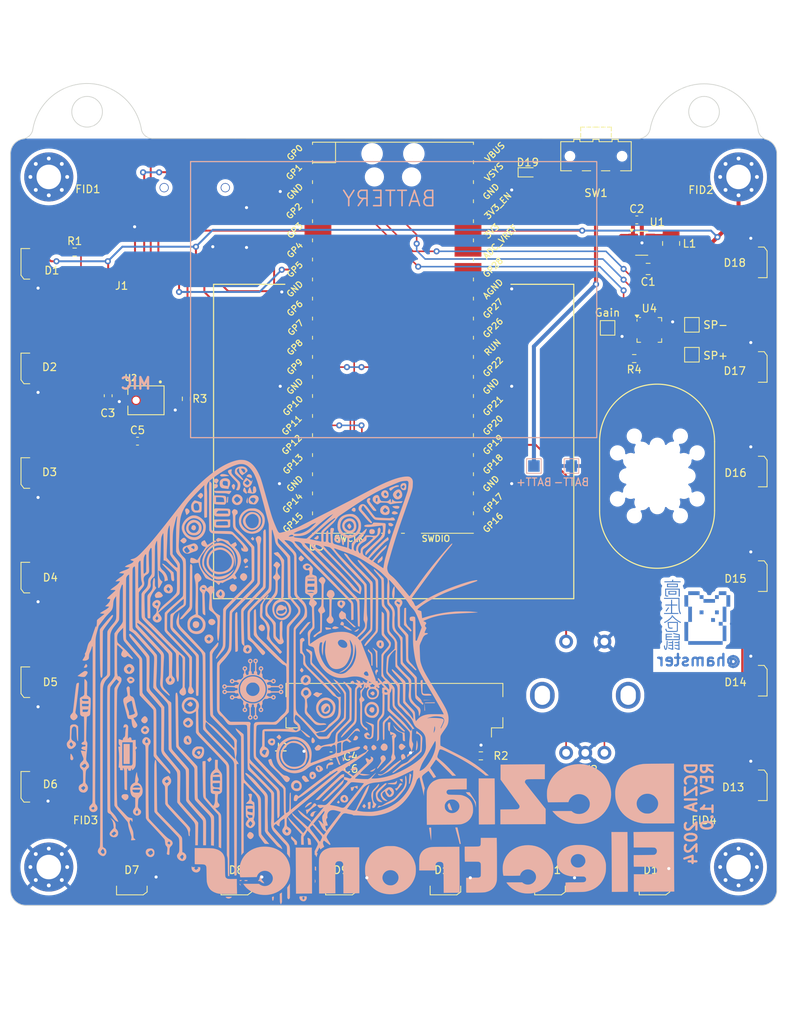
<source format=kicad_pcb>
(kicad_pcb (version 20240108) (generator "pcbnew") (generator_version "8.0")
  (title_block (title "DC32 Slow Scan Cat Detector") (date "2024-06-09") (rev "1.0") (company "DCZia") (comment 1 "@hamster"))
  (layers (0 "F.Cu" signal) (31 "B.Cu" signal) (34 "B.Paste" user) (35 "F.Paste" user) (36 "B.SilkS" user "B.Silkscreen") (37 "F.SilkS" user "F.Silkscreen") (38 "B.Mask" user) (39 "F.Mask" user) (44 "Edge.Cuts" user))
  (net 0 "")
  (net 1 "+3V3")
  (net 2 "GND")
  (net 3 "VCC")
  (net 4 "Net-(D1-DOUT)")
  (net 5 "Net-(D1-DIN)")
  (net 6 "Net-(D2-DOUT)")
  (net 7 "Net-(D3-DOUT)")
  (net 8 "Net-(D4-DOUT)")
  (net 9 "Net-(D5-DOUT)")
  (net 10 "Net-(D6-DOUT)")
  (net 11 "Net-(D7-DOUT)")
  (net 12 "Net-(D8-DOUT)")
  (net 13 "Net-(D10-DIN)")
  (net 14 "Net-(D10-DOUT)")
  (net 15 "Net-(D11-DOUT)")
  (net 16 "Net-(D12-DOUT)")
  (net 17 "Net-(D13-DOUT)")
  (net 18 "Net-(D14-DOUT)")
  (net 19 "Net-(D15-DOUT)")
  (net 20 "Net-(D16-DOUT)")
  (net 21 "Net-(D17-DOUT)")
  (net 23 "Net-(D19-A)")
  (net 42 "SPI0_MISO")
  (net 43 "SPI0_SCK")
  (net 47 "SD_CS")
  (net 48 "SPI0_MOSI")
  (net 50 "LCD_RESET")
  (net 51 "SPI1_SCK")
  (net 52 "Net-(J2-Pin_1)")
  (net 55 "LCD_CS")
  (net 58 "LCD_DC")
  (net 63 "SPI1_MOSI")
  (net 64 "Net-(U1-LX)")
  (net 65 "RGB")
  (net 66 "I2S_DOUT")
  (net 67 "Net-(U4-~{SD_MODE})")
  (net 68 "Net-(SW1-B)")
  (net 70 "ENC1_B")
  (net 71 "ENC1_A")
  (net 72 "ENC1_SW")
  (net 73 "Net-(U4-GAIN_SLOT)")
  (net 74 "Net-(U4-OUTN)")
  (net 75 "Net-(U4-OUTP)")
  (net 76 "I2S_BCLK")
  (net 77 "I2S_LRCLK")
  (net 78 "SPI1_MISO")
  (net 91 "I2S_DIN")
  (footprint "Fiducial:Fiducial_1mm_Mask2mm" (layer "F.Cu") (at 139.5 128.7)
    (property "Reference" "FID3")
    (property "Value" "Fiducial")
  )
  (footprint "lib_fp:LED_SK6812_4020" (layer "F.Cu") (at 227.6 94.8248 90)
    (property "Reference" "D15")
    (property "Value" "WS2812B")
  )
  (footprint "Capacitor_SMD:C_0603_1608Metric" (layer "F.Cu") (at 146.275 77.26)
    (property "Reference" "C5")
    (property "Value" "0.1uF")
  )
  (footprint "lib_fp:MicroSD-Socket-Seeed-320090008" (layer "F.Cu") (at 152.8 44.2 180)
    (property "Reference" "J1")
    (property "Value" "Micro_SD_Card_SPI" (hide yes))
  )
  (footprint "TestPoint:TestPoint_Pad_1.5x1.5mm" (layer "F.Cu") (at 207.6125 62.4875)
    (property "Reference" "TP3" (hide yes))
    (property "Value" "Gain")
  )
  (footprint "lib_fp:LED_SK6812_4020" (layer "F.Cu") (at 227.6 67.5448 90)
    (property "Reference" "D17")
    (property "Value" "WS2812B")
  )
  (footprint "Diode_SMD:D_SOD-523" (layer "F.Cu") (at 197.2 42.2)
    (property "Reference" "D19")
    (property "Value" "D_Schottky")
  )
  (footprint "Capacitor_SMD:C_0805_2012Metric" (layer "F.Cu") (at 212.9 54.8 180)
    (property "Reference" "C1")
    (property "Value" "22uF")
  )
  (footprint "lib_fp:LED_SK6812_4020" (layer "F.Cu") (at 227.6 81.1848 90)
    (property "Reference" "D16")
    (property "Value" "WS2812B")
  )
  (footprint "lib_fp:LED_SK6812_4020" (layer "F.Cu") (at 227.6 53.9048 90)
    (property "Reference" "D18")
    (property "Value" "WS2812B")
  )
  (footprint "lib_fp:LED_SK6812_4020" (layer "F.Cu") (at 145.5702 135.6)
    (property "Reference" "D7")
    (property "Value" "WS2812B")
  )
  (footprint "Connector_FFC-FPC:Hirose_FH12-50S-0.5SH_1x50-1MP_P0.50mm_Horizontal" (layer "F.Cu") (at 179.8 113.35 180)
    (property "Reference" "J2")
    (property "Value" "Conn_01x50")
  )
  (footprint "Resistor_SMD:R_0603_1608Metric" (layer "F.Cu") (at 152.65 71.735 -90)
    (property "Reference" "R3")
    (property "Value" "100k")
  )
  (footprint "lib_fp:LED_SK6812_4020" (layer "F.Cu") (at 131.9 122.3702 -90)
    (property "Reference" "D6")
    (property "Value" "WS2812B")
  )
  (footprint "lib_fp:LED_SK6812_4020" (layer "F.Cu") (at 131.9 81.4502 -90)
    (property "Reference" "D3")
    (property "Value" "WS2812B")
  )
  (footprint "lib_fp:LED_SK6812_4020" (layer "F.Cu") (at 200.1302 135.6)
    (property "Reference" "D11")
    (property "Value" "WS2812B")
  )
  (footprint "lib_fp:SW_SPDT_CK-JS102011SAQN" (layer "F.Cu") (at 206.1 40.1 180)
    (property "Reference" "SW1")
    (property "Value" "SW_SPDT")
  )
  (footprint "Fiducial:Fiducial_1mm_Mask2mm" (layer "F.Cu") (at 220.2 128.7)
    (property "Reference" "FID4")
    (property "Value" "Fiducial")
  )
  (footprint "lib_fp:LED_SK6812_4020" (layer "F.Cu") (at 131.9 95.0902 -90)
    (property "Reference" "D4")
    (property "Value" "WS2812B")
  )
  (footprint "lib_fp:RotaryEncoder" (layer "F.Cu") (at 204.7 110.4)
    (property "Reference" "SW2")
    (property "Value" "Function Select")
  )
  (footprint "Resistor_SMD:R_0603_1608Metric" (layer "F.Cu") (at 191.075 118.3)
    (property "Reference" "R2")
    (property "Value" "33R")
  )
  (footprint "Fiducial:Fiducial_1mm_Mask2mm" (layer "F.Cu") (at 139.8 46.4)
    (property "Reference" "FID1")
    (property "Value" "Fiducial")
  )
  (footprint "lib_fp:LED_SK6812_4020" (layer "F.Cu") (at 186.4902 135.6)
    (property "Reference" "D10")
    (property "Value" "WS2812B")
  )
  (footprint "Inductor_SMD:L_1008_2520Metric" (layer "F.Cu") (at 215.9 51.475 -90)
    (property "Reference" "L1")
    (property "Value" "1uH")
  )
  (footprint "lib_fp:LED_SK6812_4020" (layer "F.Cu") (at 213.7702 135.6)
    (property "Reference" "D12")
    (property "Value" "WS2812B")
  )
  (footprint "lib_fp:Speaker" (layer "F.Cu") (at 214.1 81.796152 90)
    (property "Reference" "REF**" (hide yes))
    (property "Value" "Speaker")
  )
  (footprint "lib_fp:MIC_INMP441ACEZ-R7" (layer "F.Cu") (at 147.38 71.93)
    (property "Reference" "U2")
    (property "Value" "INMP4441")
  )
  (footprint "Capacitor_SMD:C_0603_1608Metric" (layer "F.Cu") (at 171.525 118.3)
    (property "Reference" "C4")
    (property "Value" "0.1uF")
  )
  (footprint "Capacitor_SMD:C_0603_1608Metric" (layer "F.Cu") (at 211.425 48.4)
    (property "Reference" "C2")
    (property "Value" "10uF")
  )
  (footprint "lib_fp:LED_SK6812_4020" (layer "F.Cu") (at 172.8502 135.6)
    (property "Reference" "D9")
    (property "Value" "WS2812B")
  )
  (footprint "lib_fp:LED_SK6812_4020" (layer "F.Cu") (at 227.6 108.4648 90)
    (property "Reference" "D14")
    (property "Value" "WS2812B")
  )
  (footprint "lib_fp:LED_SK6812_4020" (layer "F.Cu") (at 131.9 54.1702 -90)
    (property "Reference" "D1")
    (property "Value" "WS2812B")
  )
  (footprint "Resistor_SMD:R_0603_1608Metric" (layer "F.Cu") (at 211.0875 66.4875 180)
    (property "Reference" "R4")
    (property "Value" "1M")
  )
  (footprint "Package_TO_SOT_SMD:SOT-23-5" (layer "F.Cu") (at 212.0625 51.45)
    (property "Reference" "U1")
    (property "Value" "SC189ZULTRT")
  )
  (footprint "TestPoint:TestPoint_Pad_1.5x1.5mm" (layer "F.Cu") (at 218.6125 62.0875)
    (property "Reference" "TP4" (hide yes))
    (property "Value" "SP-")
  )
  (footprint "lib_fp:LED_SK6812_4020" (layer "F.Cu") (at 227.6 122.1048 90)
    (property "Reference" "D13")
    (property "Value" "WS2812B")
  )
  (footprint "TestPoint:TestPoint_Pad_1.5x1.5mm" (layer "F.Cu") (at 218.6125 65.9875)
    (property "Reference" "TP5" (hide yes))
    (property "Value" "SP+")
  )
  (footprint "Package_DFN_QFN:TQFN-16-1EP_3x3mm_P0.5mm_EP1.23x1.23mm" (layer "F.Cu") (at 213.0625 62.75)
    (property "Reference" "U4")
    (property "Value" "MAX98357A/B")
  )
  (footprint "Fiducial:Fiducial_1mm_Mask2mm" (layer "F.Cu") (at 219.8 46.5)
    (property "Reference" "FID2")
    (property "Value" "Fiducial")
  )
  (footprint "Capacitor_SMD:C_0603_1608Metric" (layer "F.Cu") (at 171.525 119.9)
    (property "Reference" "C6")
    (property "Value" "10uF")
  )
  (footprint "lib_fp:LED_SK6812_4020" (layer "F.Cu") (at 131.9 67.8102 -90)
    (property "Reference" "D2")
    (property "Value" "WS2812B")
  )
  (footprint "lib_fp:RPi_Pico_SMD" (layer "F.Cu") (at 179.61 63.77)
    (property "Reference" "U3")
    (property "Value" "Pico")
  )
  (footprint "Capacitor_SMD:C_0603_1608Metric" (layer "F.Cu") (at 142.45 71.335 90)
    (property "Reference" "C3")
    (property "Value" "0.1uF")
  )
  (footprint "Resistor_SMD:R_0603_1608Metric" (layer "F.Cu") (at 138.075 52.6)
    (property "Reference" "R1")
    (property "Value" "10R")
  )
  (footprint "lib_fp:LED_SK6812_4020" (layer "F.Cu") (at 131.9 108.7302 -90)
    (property "Reference" "D5")
    (property "Value" "WS2812B")
  )
  (footprint "lib_fp:LED_SK6812_4020" (layer "F.Cu") (at 159.2102 135.6)
    (property "Reference" "D8")
    (property "Value" "WS2812B")
  )
  (footprint "TestPoint:TestPoint_Pad_1.5x1.5mm" (layer "B.Cu") (at 198 80.5 180)
    (property "Reference" "TP1" (hide yes))
    (property "Value" "BATT+")
  )
  (footprint "MountingHole:MountingHole_3.2mm_M3_Pad_Via" (layer "B.Cu") (at 134.7 132.8 180)
    (property "Reference" "H4" (hide yes))
    (property "Value" "Bottom Left")
  )
  (footprint "MountingHole:MountingHole_3.2mm_M3_Pad_Via" (layer "B.Cu") (at 224.7 42.8 180)
    (property "Reference" "H1" (hide yes))
    (property "Value" "Top Right")
  )
  (footprint "MountingHole:MountingHole_3.2mm_M3_Pad_Via" (layer "B.Cu") (at 224.7 132.8 180)
    (property "Reference" "H3" (hide yes))
    (property "Value" "Bottom Right")
  )
  (footprint "TestPoint:TestPoint_Pad_1.5x1.5mm" (layer "B.Cu") (at 202.9 80.5 180)
    (property "Reference" "TP2" (hide yes))
    (property "Value" "BATT-")
  )
  (footprint "lib_fp:hamster" (layer "B.Cu") (at 219.3 99.9 180)
    (property "Reference" "G***" (hide yes))
    (property "Value" "LOGO" (hide yes))
  )
  (footprint "lib_fp:cat-silk" (layer "B.Cu") (at 177.1 109.5 180)
    (property "Reference" "G***")
    (property "Value" "LOGO" (hide yes))
  )
  (footprint "MountingHole:MountingHole_3.2mm_M3_Pad_Via" (layer "B.Cu") (at 134.7 42.8 180)
    (property "Reference" "H2" (hide yes))
    (property "Value" "Top Left")
  )
  (gr_rect (start 153.2 40.8) (end 206.2 76.8) (stroke (width 0.15)) (fill none) (layer "B.SilkS"))
  (gr_line (start 156.2 97.8) (end 156.2 56.8) (stroke (width 0.15)) (layer "F.SilkS"))
  (gr_line (start 203.2 97.8) (end 156.2 97.8) (stroke (width 0.15)) (layer "F.SilkS"))
  (gr_line (start 203.2 56.8) (end 203.2 97.8) (stroke (width 0.15)) (layer "F.SilkS"))
  (gr_line (start 203.2 56.8) (end 195 56.8) (stroke (width 0.15)) (layer "F.SilkS"))
  (gr_line (start 156.2 56.8) (end 165.5 56.8) (stroke (width 0.15)) (layer "F.SilkS"))
  (gr_line (start 131.7 137.8) (end 227.7 137.8) (stroke (width 0.1)) (layer "Edge.Cuts"))
  (gr_arc (start 213.162966 36.578164) (mid 212.639058 37.4456) (end 211.688618 37.797153) (stroke (width 0.1)) (layer "Edge.Cuts"))
  (gr_arc (start 129.695399 39.8) (mid 130.198884 38.471438) (end 131.456424 37.810252) (stroke (width 0.1)) (layer "Edge.Cuts"))
  (gr_line (start 211.688618 37.797153) (end 148.200977 37.780647) (stroke (width 0.1)) (layer "Edge.Cuts"))
  (gr_arc (start 229.7 135.8) (mid 229.114214 137.214214) (end 227.7 137.8) (stroke (width 0.1)) (layer "Edge.Cuts"))
  (gr_circle (center 139.7 34.3) (end 141.7 34.3) (stroke (width 0.1)) (fill none) (layer "Edge.Cuts"))
  (gr_arc (start 132.602397 36.69073) (mid 139.659819 30.61635) (end 146.78475 36.611403) (stroke (width 0.1)) (layer "Edge.Cuts"))
  (gr_arc (start 132.602396 36.69073) (mid 132.192224 37.417152) (end 131.456424 37.810251) (stroke (width 0.1)) (layer "Edge.Cuts"))
  (gr_arc (start 228.419984 37.934089) (mid 229.349238 38.668622) (end 229.7 39.8) (stroke (width 0.1)) (layer "Edge.Cuts"))
  (gr_arc (start 228.419984 37.934089) (mid 227.684184 37.54099) (end 227.274012 36.814568) (stroke (width 0.1)) (layer "Edge.Cuts"))
  (gr_arc (start 131.7 137.8) (mid 130.285786 137.214214) (end 129.7 135.8) (stroke (width 0.1)) (layer "Edge.Cuts"))
  (gr_line (start 229.7 135.8) (end 229.7 39.8) (stroke (width 0.1)) (layer "Edge.Cuts"))
  (gr_line (start 129.7 39.8) (end 129.7 135.8) (stroke (width 0.1)) (layer "Edge.Cuts"))
  (gr_arc (start 148.200977 37.780647) (mid 147.288534 37.443517) (end 146.784751 36.611403) (stroke (width 0.1)) (layer "Edge.Cuts"))
  (gr_circle (center 220.2 34.3) (end 222.2 34.3) (stroke (width 0.1)) (fill none) (layer "Edge.Cuts"))
  (gr_arc (start 213.162967 36.578164) (mid 220.319639 30.658683) (end 227.274012 36.814568) (stroke (width 0.1)) (layer "Edge.Cuts"))
  (gr_text "@hamster" (at 225.2 106.7 0) (layer "B.Cu") (effects (font (size 1.5 1.5) (thickness 0.3) (bold yes)) (justify left bottom mirror)))
  (gr_text "DCZIA 2024" (at 219.4 119 90) (layer "B.SilkS") (effects (font (size 1.5 1.5) (thickness 0.3) (bold yes)) (justify left bottom mirror)))
  (gr_text "MIC" (at 148.2 70.6 0) (layer "B.SilkS") (effects (font (size 1.5 1.5) (thickness 0.3) (bold yes)) (justify left bottom mirror)))
  (gr_text "BATTERY" (at 185.4 46.8 -0) (layer "B.SilkS") (effects (font (size 2 2) (thickness 0.2)) (justify left bottom mirror)))
  (gr_text "REV 1.0" (at 221.5 119 90) (layer "B.SilkS") (effects (font (size 1.5 1.5) (thickness 0.3) (bold yes)) (justify left bottom mirror)))
  (segment (start 131.135 67.335) (end 132.7 67.335) (width 0.3048) (layer "F.Cu") (net 1))
  (segment (start 189 117.3) (end 189.5 117.3) (width 0.2032) (layer "F.Cu") (net 1))
  (segment (start 213.8125 65.3875) (end 213.3125 65.8875) (width 0.2032) (layer "F.Cu") (net 1))
  (segment (start 131.5952 121.895) (end 132.7 121.895) (width 0.3048) (layer "F.Cu") (net 1))
  (segment (start 135.7 53.8) (end 135 53.8) (width 0.254) (layer "F.Cu") (net 1))
  (segment (start 226.8 54.38) (end 227.88 54.38) (width 0.3048) (layer "F.Cu") (net 1))
  (segment (start 172.05 117.1) (end 172.05 118.05) (width 0.2032) (layer "F.Cu") (net 1))
  (segment (start 141 78.4) (end 141.9 79.3) (width 0.254) (layer "F.Cu") (net 1))
  (segment (start 228.6 81.2) (end 228.6 67.6) (width 0.3048) (layer "F.Cu") (net 1))
  (segment (start 220.05 52.55) (end 221.88 54.38) (width 0.525) (layer "F.Cu") (net 1))
  (segment (start 132.7 53.695) (end 131.705 53.695) (width 0.3048) (layer "F.Cu") (net 1))
  (segment (start 145.8 136.8) (end 143.1 136.8) (width 0.3048) (layer "F.Cu") (net 1))
  (segment (start 213.3125 65.8875) (end 213.3125 64.1875) (width 0.2032) (layer "F.Cu") (net 1))
  (segment (start 142.49 70.6) (end 142.45 70.56) (width 0.254) (layer "F.Cu") (net 1))
  (segment (start 220.05 52.55) (end 215.9 52.55) (width 0.525) (layer "F.Cu") (net 1))
  (segment (start 185.6 136.8) (end 186.015 136.385) (width 0.3048) (layer "F.Cu") (net 1))
  (segment (start 171.4798 136.8) (end 172.375 135.9048) (width 0.3048) (layer "F.Cu") (net 1))
  (segment (start 216.2 136.8) (end 212.3998 136.8) (width 0.3048) (layer "F.Cu") (net 1))
  (segment (start 228.18 68.02) (end 226.8 68.02) (width 0.3048) (layer "F.Cu") (net 1))
  (segment (start 186.015 136.385) (end 186.015 134.8) (width 0.3048) (layer "F.Cu") (net 1))
  (segment (start 147.05 78.85) (end 147.05 77.26) (width 0.254) (layer "F.Cu") (net 1))
  (segment (start 216.6 127.4) (end 216.6 136.4) (width 0.3048) (layer "F.Cu") (net 1))
  (segment (start 224.7 47.9) (end 221.95 50.65) (width 0.525) (layer "F.Cu") (net 1))
  (segment (start 130.9 80.1) (end 130.9 93.8) (width 0.3048) (layer "F.Cu") (net 1))
  (segment (start 213.85 53.05) (end 213.2 52.4) (width 0.525) (layer "F.Cu") (net 1))
  (segment (start 216.6 136.4) (end 216.2 136.8) (width 0.3048) (layer "F.Cu") (net 1))
  (segment (start 172.55 116.6) (end 172.05 117.1) (width 0.2032) (layer "F.Cu") (net 1))
  (segment (start 188.55 117.25) (end 188.5 117.3) (width 0.2032) (layer "F.Cu") (net 1))
  (segment (start 147.15 77.16) (end 147.05 77.26) (width 0.254) (layer "F.Cu") (net 1))
  (segment (start 130.9 93.9198) (end 131.5952 94.615) (width 0.3048) (layer "F.Cu") (net 1))
  (segment (start 130.9 107.5598) (end 130.9 121.1998) (width 0.3048) (layer "F.Cu") (net 1))
  (segment (start 171.55 115.2) (end 171.55 116.6) (width 0.2032) (layer "F.Cu") (net 1))
  (segment (start 130.9 80.2798) (end 131.5952 80.975) (width 0.3048) (layer "F.Cu") (net 1))
  (segment (start 142.2 128.3) (end 139.4 125.5) (width 0.3048) (layer "F.Cu") (net 1))
  (segment (start 218.7 125.3) (end 216.6 127.4) (width 0.3048) (layer "F.Cu") (net 1))
  (segment (start 212.7125 66.4875) (end 214.245 68.02) (width 0.2032) (layer "F.Cu") (net 1))
  (segment (start 189.5 117.3) (end 190 117.3) (width 0.2032) (layer "F.Cu") (net 1))
  (segment (start 188.5 49.8) (end 204.3 49.8) (width 0.254) (layer "F.Cu") (net 1))
  (segment (start 188.05 115.2) (end 188.05 117.15) (width 0.2032) (layer "F.Cu") (net 1))
  (segment (start 171.4798 136.8) (end 185.6 136.8) (width 0.3048) (layer "F.Cu") (net 1))
  (segment (start 157.8398 136.8) (end 171.4798 136.8) (width 0.3048) (layer "F.Cu") (net 1))
  (segment (start 190 117.3) (end 190.25 117.55) (width 0.2032) (layer "F.Cu") (net 1))
  (segment (start 228 125.3) (end 218.7 125.3) (width 0.3048) (layer "F.Cu") (net 1))
  (segment (start 188.2 117.3) (end 188.5 117.3) (width 0.2032) (layer "F.Cu") (net 1))
  (segment (start 185.6 136.8) (end 198.7598 136.8) (width 0.3048) (layer "F.Cu") (net 1))
  (segment (start 172.05 118.05) (end 172.3 118.3) (width 0.2032) (layer "F.Cu") (net 1))
  (segment (start 189.05 117.25) (end 189 117.3) (width 0.2032) (layer "F.Cu") (net 1))
  (segment (start 198.7598 136.8) (end 212.3998 136.8) (width 0.3048) (layer "F.Cu") (net 1))
  (segment (start 148.2 73.26) (end 148.2 74.25) (width 0.254) (layer "F.Cu") (net 1))
  (segment (start 214.245 68.02) (end 226.8 68.02) (width 0.2032) (layer "F.Cu") (net 1))
  (segment (start 130.9 67.1) (end 130.9 80.1) (width 0.3048) (layer "F.Cu") (net 1))
  (segment (start 213.85 54.8) (end 213.85 53.05) (width 0.525) (layer "F.Cu") (net 1))
  (segment (start 212.7125 66.4875) (end 213.3125 65.8875) (width 0.2032) (layer "F.Cu") (net 1))
  (segment (start 228.6 81.2) (end 228.14 81.66) (width 0.3048) (layer "F.Cu") (net 1))
  (segment (start 186.015 122.535) (end 190.25 118.3) (width 0.3048) (layer "F.Cu") (net 1))
  (segment (start 147.15 73.26) (end 147.15 75.3) (width 0.254) (layer "F.Cu") (net 1))
  (segment (start 190.25 117.55) (end 190.25 118.3) (width 0.2032) (layer "F.Cu") (net 1))
  (segment (start 131.5952 94.615) (end 132.7 94.615) (width 0.3048) (layer "F.Cu") (net 1))
  (segment (start 221.95 50.65) (end 220.05 52.55) (width 0.525) (layer "F.Cu") (net 1))
  (segment (start 227.88 54.38) (end 228.6 55.1) (width 0.3048) (layer "F.Cu") (net 1))
  (segment (start 134.895 53.695) (end 132.7 53.695) (width 0.254) (layer "F.Cu") (net 1))
  (segment (start 130.9 107.5598) (end 131.5952 108.255) (width 0.3048) (layer "F.Cu") (net 1))
  (segment (start 213.295 135.9048) (end 213.295 134.8) (width 0.3048) (layer "F.Cu") (net 1))
  (segment (start 130.9 80.1) (end 130.9 80.2798) (width 0.3048) (layer "F.Cu") (net 1))
  (segment (start 188.5 117.3) (end 189 117.3) (width 0.2032) (layer "F.Cu") (net 1))
  (segment (start 142.45 53.85) (end 142.4 53.8) (width 0.254) (layer "F.Cu") (net 1))
  (segment (start 228.6 108.2448) (end 228.6 94.9) (width 0.3048) (layer "F.Cu") (net 1))
  (segment (start 228.6 121.8848) (end 228.6 108.2448) (width 0.3048) (layer "F.Cu") (net 1))
  (segment (start 142.45 70.56) (end 142.45 53.85) (width 0.254) (layer "F.Cu") (net 1))
  (segment (start 131.5952 108.255) (end 132.7 108.255) (width 0.3048) (layer "F.Cu") (net 1))
  (segment (start 172.55 115.2) (end 172.55 116.6) (width 0.2032) (layer "F.Cu") (net 1))
  (segment (start 146.1 70.6) (end 142.49 70.6) (width 0.254) (layer "F.Cu") (net 1))
  (segment (start 142.2 135.9) (end 142.2 128.3) (width 0.3048) (layer "F.Cu") (net 1))
  (segment (start 172.05 117.1) (end 174.6 117.1) (width 0.2032) (layer "F.Cu") (net 1))
  (segment (start 228.6 94.9) (end 228.2 95.3) (width 0.3048) (layer "F.Cu") (net 1))
  (segment (start 188.55 115.2) (end 188.55 117.25) (width 0.2032) (layer "F.Cu") (net 1))
  (segment (start 141 70.9) (end 141 78.4) (width 0.254) (layer "F.Cu") (net 1))
  (segment (start 198.7598 136.8) (end 199.655 135.9048) (width 0.3048) (layer "F.Cu") (net 1))
  (segment (start 228.6 67.6) (end 228.18 68.02) (width 0.3048) (layer "F.Cu") (net 1))
  (segment (start 228.2 95.3) (end 226.8 95.3) (width 0.3048) (layer "F.Cu") (net 1))
  (segment (start 142.45 70.56) (end 141.34 70.56) (width 0.254) (layer "F.Cu") (net 1))
  (segment (start 221.88 54.38) (end 226.8 54.38) (width 0.525) (layer "F.Cu") (net 1))
  (segment (start 189.55 115.2) (end 189.55 117.25) (width 0.2032) (layer "F.Cu") (net 1))
  (segment (start 189.05 115.2) (end 189.05 117.25) (width 0.2032) (layer "F.Cu") (net 1))
  (segment (start 175.05 116.65) (end 175.05 115.2) (width 0.2032) (layer "F.Cu") (net 1))
  (segment (start 213.8125 64.1875) (end 213.8125 65.3875) (width 0.2032) (layer "F.Cu") (net 1))
  (segment (start 227.9048 108.94) (end 226.8 108.94) (width 0.3048) (layer "F.Cu") (net 1))
  (segment (start 228.6 124.7) (end 228 125.3) (width 0.3048) (layer "F.Cu") (net 1))
  (segment (start 146.6 79.3) (end 147.05 78.85) (width 0.254) (layer "F.Cu") (net 1))
  (segment (start 228.6 108.2448) (end 227.9048 108.94) (width 0.3048) (layer "F.Cu") (net 1))
  (segment (start 130.9 124.9) (end 130.9 121.1998) (width 0.3048) (layer "F.Cu") (net 1))
  (segment (start 228.6 94.9) (end 228.6 81.2) (width 0.3048) (layer "F.Cu") (net 1))
  (segment (start 158.735 135.9048) (end 158.735 134.8) (width 0.3048) (layer "F.Cu") (net 1))
  (segment (start 172.375 135.9048) (end 172.375 134.8) (width 0.3048) (layer "F.Cu") (net 1))
  (segment (start 145.095 136.095) (end 145.8 136.8) (width 0.3048) (layer "F.Cu") (net 1))
  (segment (start 211.9125 66.4875) (end 212.7125 66.4875) (width 0.2032) (layer "F.Cu") (net 1))
  (segment (start 145.8 136.8) (end 157.8398 136.8) (width 0.3048) (layer "F.Cu") (net 1))
  (segment (start 188.05 117.15) (end 188.2 117.3) (width 0.2032) (layer "F.Cu") (net 1))
  (segment (start 147.15 75.3) (end 147.15 77.16) (width 0.254) (layer "F.Cu") (net 1))
  (segment (start 228.6 55.1) (end 228.6 67.6) (width 0.3048) (layer "F.Cu") (net 1))
  (segment (start 227.9048 122.58) (end 228.6 121.8848) (width 0.3048) (layer "F.Cu") (net 1))
  (segment (start 224.7 42.8) (end 224.7 47.9) (width 0.525) (layer "F.Cu") (net 1))
  (segment (start 174.6 117.1) (end 175.05 116.65) (width 0.2032) (layer "F.Cu") (net 1))
  (segment (start 215.75 52.4) (end 215.9 52.55) (width 0.525) (layer "F.Cu") (net 1))
  (segment (start 130.9 93.8) (end 130.9 107.5598) (width 0.3048) (layer "F.Cu") (net 1))
  (segment (start 130.9 54.5) (end 130.9 67.1) (width 0.3048) (layer "F.Cu") (net 1))
  (segment (start 153.9 54.7) (end 153.9 51.9) (width 0.254) (layer "F.Cu") (net 1))
  (segment (start 157.8398 136.8) (end 158.735 135.9048) (width 0.3048) (layer "F.Cu") (net 1))
  (segment (start 172.375 134.8) (end 172.375 119.975) (width 0.3048) (layer "F.Cu") (net 1))
  (segment (start 189.55 117.25) (end 189.5 117.3) (width 0.2032) (layer "F.Cu") (net 1))
  (segment (start 148.2 74.25) (end 147.15 75.3) (width 0.254) (layer "F.Cu") (net 1))
  (segment (start 141.34 70.56) (end 141 70.9) (width 0.254) (layer "F.Cu") (net 1))
  (segment (start 131.5952 80.975) (end 132.7 80.975) (width 0.3048) (layer "F.Cu") (net 1))
  (segment (start 228.14 81.66) (end 226.8 81.66) (width 0.3048) (layer "F.Cu") (net 1))
  (segment (start 213.2 52.4) (end 215.75 52.4) (width 0.525) (layer "F.Cu") (net 1))
  (segment (start 141.9 79.3) (end 146.6 79.3) (width 0.254) (layer "F.Cu") (net 1))
  (segment (start 172.05 115.2) (end 172.05 117.1) (width 0.2032) (layer "F.Cu") (net 1))
  (segment (start 186.015 134.8) (end 186.015 122.535) (width 0.3048) (layer "F.Cu") (net 1))
  (segment (start 226.8 122.58) (end 227.9048 122.58) (width 0.3048) (layer "F.Cu") (net 1))
  (segment (start 228.6 121.8848) (end 228.6 124.7) (width 0.3048) (layer "F.Cu") (net 1))
  (segment (start 130.9 121.1998) (end 131.5952 121.895) (width 0.3048) (layer "F.Cu") (net 1))
  (segment (start 172.3 118.3) (end 172.3 119.9) (width 0.2032) (layer "F.Cu") (net 1))
  (segment (start 135 53.8) (end 134.895 53.695) (width 0.254) (layer "F.Cu") (net 1))
  (segment (start 130.9 67.1) (end 131.135 67.335) (width 0.3048) (layer "F.Cu") (net 1))
  (segment (start 131.5 125.5) (end 130.9 124.9) (width 0.3048) (layer "F.Cu") (net 1))
  (segment (start 139.4 125.5) (end 131.5 125.5) (width 0.3048) (layer "F.Cu") (net 1))
  (segment (start 172.375 119.975) (end 172.3 119.9) (width 0.3048) (layer "F.Cu") (net 1))
  (segment (start 145.095 134.8) (end 145.095 136.095) (width 0.3048) (layer "F.Cu") (net 1))
  (segment (start 212.3998 136.8) (end 213.295 135.9048) (width 0.3048) (layer "F.Cu") (net 1))
  (segment (start 131.705 53.695) (end 130.9 54.5) (width 0.3048) (layer "F.Cu") (net 1))
  (segment (start 130.9 93.8) (end 130.9 93.9198) (width 0.3048) (layer "F.Cu") (net 1))
  (segment (start 143.1 136.8) (end 142.2 135.9) (width 0.3048) (layer "F.Cu") (net 1))
  (segment (start 171.55 116.6) (end 172.05 117.1) (width 0.2032) (layer "F.Cu") (net 1))
  (segment (start 199.655 135.9048) (end 199.655 134.8) (width 0.3048) (layer "F.Cu") (net 1))
  (via (at 153.9 51.9) (size 0.8) (drill 0.4) (layers "F.Cu" "B.Cu") (net 1))
  (via (at 221.95 50.65) (size 0.8) (drill 0.4) (layers "F.Cu" "B.Cu") (net 1))
  (via (at 142.4 53.8) (size 0.8) (drill 0.4) (layers "F.Cu" "B.Cu") (net 1))
  (via (at 204.3 49.8) (size 0.8) (drill 0.4) (layers "F.Cu" "B.Cu") (net 1))
  (via (at 135.7 53.8) (size 0.8) (drill 0.4) (layers "F.Cu" "B.Cu") (net 1))
  (segment (start 221.1 49.8) (end 221.95 50.65) (width 0.254) (layer "B.Cu") (net 1))
  (segment (start 153.9 51.9) (end 156.1 49.7) (width 0.254) (layer "B.Cu") (net 1))
  (segment (start 153.9 51.9) (end 144.3 51.9) (width 0.254) (layer "B.Cu") (net 1))
  (segment (start 144.3 51.9) (end 142.4 53.8) (width 0.254) (layer "B.Cu") (net 1))
  (segment (start 204.2 49.7) (end 204.3 49.8) (width 0.254) (layer "B.Cu") (net 1))
  (segment (start 142.4 53.8) (end 135.7 53.8) (width 0.254) (layer "B.Cu") (net 1))
  (segment (start 204.3 49.8) (end 221.1 49.8) (width 0.254) (layer "B.Cu") (net 1))
  (segment (start 156.1 49.7) (end 204.2 49.7) (width 0.254) (layer "B.Cu") (net 1))
  (segment (start 178 117.3) (end 178.6 117.3) (width 0.2032) (layer "F.Cu") (net 2))
  (segment (start 182.6 117.3) (end 183.1 117.3) (width 0.2032) (layer "F.Cu") (net 2))
  (segment (start 182.55 117.25) (end 182.6 117.3) (width 0.2032) (layer "F.Cu") (net 2))
  (segment (start 143.9 72.1) (end 143.9 72.26) (width 0.254) (layer "F.Cu") (net 2))
  (segment (start 182.05 115.2) (end 182.05 117.25) (width 0.2032) (layer "F.Cu") (net 2))
  (segment (start 181.9 117.3) (end 181.9 117.9) (width 0.2032) (layer "F.Cu") (net 2))
  (segment (start 210.925 51.45) (end 212.05 51.45) (width 0.525) (layer "F.Cu") (net 2))
  (segment (start 184.1 117.3) (end 184.6 117.3) (width 0.2032) (layer "F.Cu") (net 2))
  (segment (start 160.55 44.6) (end 160.55 46.75) (width 0.254) (layer "F.Cu") (net 2))
  (segment (start 132.7 96.64) (end 132.7 97.6) (width 0.3048) (layer "F.Cu") (net 2))
  (segment (start 179.55 115.2) (end 179.55 117.25) (width 0.2032) (layer "F.Cu") (net 2))
  (segment (start 186.05 115.2) (end 186.05 117.25) (width 0.2032) (layer "F.Cu") (net 2))
  (segment (start 180.55 115.2) (end 180.55 117.25) (width 0.2032) (layer "F.Cu") (net 2))
  (segment (start 186.55 117.25) (end 186.5 117.3) (width 0.2032) (layer "F.Cu") (net 2))
  (segment (start 132.7 110.28) (end 132.7 111.3) (width 0.3048) (layer "F.Cu") (net 2))
  (segment (start 215.32 133.28) (end 215.6 133) (width 0.3048) (layer "F.Cu") (net 2))
  (segment (start 143.89 72.11) (end 143.9 72.1) (width 0.254) (layer "F.Cu") (net 2))
  (segment (start 195.08 70.12) (end 195.1 70.1) (width 0.381) (layer "F.Cu") (net 2))
  (segment (start 178.05 115.2) (end 178.05 117.25) (width 0.2032) (layer "F.Cu") (net 2))
  (segment (start 170.75 118.3) (end 170.75 119.9) (width 0.2032) (layer "F.Cu") (net 2))
  (segment (start 181.9 117.3) (end 182 117.3) (width 0.2032) (layer "F.Cu") (net 2))
  (segment (start 188.5 44.72) (end 194.88 44.72) (width 0.381) (layer "F.Cu") (net 2))
  (segment (start 164.82 82.82) (end 164.8 82.8) (width 0.381) (layer "F.Cu") (net 2))
  (segment (start 160.55 52.05) (end 160.5 52) (width 0.254) (layer "F.Cu") (net 2))
  (segment (start 178.6 117.3) (end 179 117.3) (width 0.2032) (layer "F.Cu") (net 2))
  (segment (start 151.26 73.26) (end 151.95 73.26) (width 0.254) (layer "F.Cu") (net 2))
  (segment (start 168.05 115.2) (end 168.05 117.65) (width 0.2032) (layer "F.Cu") (net 2))
  (segment (start 170.72 82.82) (end 164.82 82.82) (width 0.381) (layer "F.Cu") (net 2))
  (segment (start 170.72 70.12) (end 164.92 70.12) (width 0.381) (layer "F.Cu") (net 2))
  (segment (start 179.5 117.3) (end 180.1 117.3) (width 0.2032) (layer "F.Cu") (net 2))
  (segment (start 168.55 115.2) (end 168.55 117.15) (width 0.2032) (layer "F.Cu") (net 2))
  (segment (start 182.55 115.2) (end 182.55 117.25) (width 0.2032) (layer "F.Cu") (net 2))
  (segment (start 132.7 56.7) (end 133.3 57.3) (width 0.3048) (layer "F.Cu") (net 2))
  (segment (start 132.7 123.92) (end 134.32 123.92) (width 0.3048) (layer "F.Cu") (net 2))
  (segment (start 176.2 134.2) (end 175.6 134.8) (width 0.3048) (layer "F.Cu") (net 2))
  (segment (start 212.075 48.525) (end 212.075 51.375) (width 0.525) (layer "F.Cu") (net 2))
  (segment (start 132.7 83) (end 132.7 84) (width 0.3048) (layer "F.Cu") (net 2))
  (segment (start 181.55 115.2) (end 181.55 117.25) (width 0.2032) (layer "F.Cu") (net 2))
  (segment (start 210.1 63) (end 209.5 63.6) (width 0.2032) (layer "F.Cu") (net 2))
  (segment (start 181.1 117.3) (end 181.6 117.3) (width 0.2032) (layer "F.Cu") (net 2))
  (segment (start 226.8 52.355) (end 226.8 51.3) (width 0.3048) (layer "F.Cu") (net 2))
  (segment (start 188.5 70.12) (end 195.08 70.12) (width 0.381) (layer "F.Cu") (net 2))
  (segment (start 187.05 117.05) (end 187.05 115.2) (width 0.2032) (layer "F.Cu") (net 2))
  (segment (start 188.5 57.42) (end 195.08 57.42) (width 0.381) (layer "F.Cu") (net 2))
  (segment (start 167.55 117.25) (end 168 117.7) (width 0.2032) (layer "F.Cu") (net 2))
  (segment (start 188.04 134.8) (end 189.1 134.8) (width 0.3048) (layer "F.Cu") (net 2))
  (segment (start 160.76 134.8) (end 161.8 134.8) (width 0.3048) (layer "F.Cu") (net 2))
  (segment (start 183.55 115.2) (end 183.55 117.25) (width 0.2032) (layer "F.Cu") (net 2))
  (segment (start 151.14 73.26) (end 151.2 73.2) (width 0.254) (layer "F.Cu") (net 2))
  (segment (start 186.05 117.25) (end 186 117.3) (width 0.2032) (layer "F.Cu") (net 2))
  (segment (start 165.48 57.42) (end 165.1 57.8) (width 0.381) (layer "F.Cu") (net 2))
  (segment (start 191.55 116.45) (end 191.1 116.9) (width 0.2032) (layer "F.Cu") (net 2))
  (segment (start 184.6 117.3) (end 185.1 117.3) (width 0.2032) (layer "F.Cu") (net 2))
  (segment (start 212.2 48.4) (end 212.075 48.525) (width 0.525) (layer "F.Cu") (net 2))
  (segment (start 145.95 45.5) (end 145.05 44.6) (width 0.254) (layer "F.Cu") (net 2))
  (segment (start 178.55 117.25) (end 178.6 117.3) (width 0.2032) (layer "F.Cu") (net 2))
  (segment (start 177.55 115.2) (end 177.55 117.25) (width 0.2032) (layer "F.Cu") (net 2))
  (segment (start 185.55 115.2) (end 185.55 117.25) (width 0.2032) (layer "F.Cu") (net 2))
  (segment (start 183.05 117.25) (end 183.1 117.3) (width 0.2032) (layer "F.Cu") (net 2))
  (segment (start 202.7 134.8) (end 203.3 134.2) (width 0.3048) (layer "F.Cu") (net 2))
  (segment (start 164.92 44.72) (end 164.9 44.7) (width 0.381) (layer "F.Cu") (net 2))
  (segment (start 171.05 118) (end 170.75 118.3) (width 0.2032) (layer "F.Cu") (net 2))
  (segment (start 211.95 54.8) (end 212.05 54.7) (width 0.525) (layer "F.Cu") (net 2))
  (segment (start 181.05 117.25) (end 181.1 117.3) (width 0.2032) (layer "F.Cu") (net 2))
  (segment (start 191.55 115.2) (end 191.55 116.45) (width 0.2032) (layer "F.Cu") (net 2))
  (segment (start 215.3 62.5) (end 216.1 61.7) (width 0.2032) (layer "F.Cu") (net 2))
  (segment (start 167.55 115.2) (end 167.55 117.25) (width 0.2032) (layer "F.Cu") (net 2))
  (segment (start 143.9 72.1) (end 143.91 72.11) (width 0.254) (layer "F.Cu") (net 2))
  (segment (start 160.55 46.75) (end 160.5 46.8) (width 0.254) (layer "F.Cu") (net 2))
  (segment (start 145.338 72.052) (end 145.338 71.93) (width 0.254) (layer "F.Cu") (net 2))
  (segment (start 184.55 117.25) (end 184.6 117.3) (width 0.2032) (layer "F.Cu") (net 2))
  (segment (start 147.12 134.8) (end 148 134.8) (width 0.3048) (layer "F.Cu") (net 2))
  (segment (start 226.8 119.5) (end 226.3 119) (width 0.3048) (layer "F.Cu") (net 2))
  (segment (start 226.8 105.8) (end 226.3 105.3) (width 0.3048) (layer "F.Cu") (net 2))
  (segment (start 179.05 117.25) (end 179 117.3) (width 0.2032) (layer "F.Cu") (net 2))
  (segment (start 170.72 44.72) (end 164.92 44.72) (width 0.381) (layer "F.Cu") (net 2))
  (segment (start 212.05 54.7) (end 212.05 51.45) (width 0.525) (layer "F.Cu") (net 2))
  (segment (start 142.45 72.11) (end 143.89 72.11) (width 0.254) (layer "F.Cu") (net 2))
  (segment (start 175.6 134.8) (end 174.4 134.8) (width 0.3048) (layer "F.Cu") (net 2))
  (segment (start 184.05 117.25) (end 184.1 117.3) (width 0.2032) (layer "F.Cu") (net 2))
  (segment (start 145.9 49.3) (end 145.95 49.25) (width 0.254) (layer "F.Cu") (net 2))
  (segment (start 168.6 118.3) (end 168 117.7) (width 0.2032) (layer "F.Cu") (net 2))
  (segment (start 214.5 62.5) (end 215.3 62.5) (width 0.2032) (layer "F.Cu") (net 2))
  (segment (start 156.1 54.7) (end 156.1 51.9) (width 0.3048) (layer "F.Cu") (net 2))
  (segment (start 168.05 117.65) (end 168 117.7) (width 0.2032) (layer "F.Cu") (net 2))
  (segment (start 184.55 115.2) (end 184.55 117.25) (width 0.2032) (layer "F.Cu") (net 2))
  (segment (start 179.05 115.2) (end 179.05 117.25) (width 0.2032) (layer "F.Cu") (net 2))
  (segment (start 132.7 70.3) (end 133.3 70.9) (width 0.3048) (layer "F.Cu") (net 2))
  (segment (start 185.55 117.25) (end 185.5 117.3) (width 0.2032) (layer "F.Cu") (net 2))
  (segment (start 177.5 117.3) (end 178 117.3) (width 0.2032) (layer "F.Cu") (net 2))
  (segment (start 186.55 115.2) (end 186.55 117.25) (width 0.2032) (layer "F.Cu") (net 2))
  (segment (start 132.7 97.6) (end 133.3 98.2) (width 0.3048) (layer "F.Cu") (net 2))
  (segment (start 143.9 72.26) (end 145.5 73.86) (width 0.254) (layer "F.Cu") (net 2))
  (segment (start 149.25 73.26) (end 151.14 73.26) (width 0.254) (layer "F.Cu") (net 2))
  (segment (start 164.92 70.12) (end 164.9 70.1) (width 0.381) (layer "F.Cu") (net 2))
  (segment (start 226.8 93.275) (end 226.8 92.2) (width 0.3048) (layer "F.Cu") (net 2))
  (segment (start 195.08 57.42) (end 195.1 57.4) (width 0.381) (layer "F.Cu") (net 2))
  (segment (start 226.8 120.555) (end 226.8 119.5) (width 0.3048) (layer "F.Cu") (net 2))
  (segment (start 180.05 117.25) (end 180.1 117.3) (width 0.2032) (layer "F.Cu") (net 2))
  (segment (start 145.95 49.35) (end 145.9 49.3) (width 0.254) (layer "F.Cu") (net 2))
  (segment (start 160.55 54.2) (end 160.55 52.05) (width 0.254) (layer "F.Cu") (net 2))
  (segment (start 170.75 118.3) (end 168.6 118.3) (width 0.2032) (layer "F.Cu") (net 2))
  (segment (start 181.05 115.2) (end 181.05 117.25) (width 0.2032) (layer "F.Cu") (net 2))
  (segment (start 145.29 72.1) (end 145.338 72.052) (width 0.254) (layer "F.Cu") (net 2))
  (segment (start 145.95 49.25) (end 145.95 45.5) (width 0.254) (layer "F.Cu") (net 2))
  (segment (start 170.72 57.42) (end 165.48 57.42) (width 0.381) (layer "F.Cu") (net 2))
  (segment (start 177.1 117.3) (end 177.5 117.3) (width 0.2032) (layer "F.Cu") (net 2))
  (segment (start 215.32 134.8) (end 215.32 133.28) (width 0.3048) (layer "F.Cu") (net 2))
  (segment (start 186 117.3) (end 186.5 117.3) (width 0.2032) (layer "F.Cu") (net 2))
  (segment (start 226.8 106.915) (end 226.8 105.8) (width 0.3048) (layer "F.Cu") (net 2))
  (segment (start 151.95 73.26) (end 152.65 72.56) (width 0.254) (layer "F.Cu") (net 2))
  (segment (start 181.6 117.3) (end 181.9 117.3) (width 0.2032) (layer "F.Cu") (net 2))
  (segment (start 188.5 82.82) (end 195.08 82.82) (width 0.381) (layer "F.Cu") (net 2))
  (segment (start 211.625 63) (end 210.1 63) (width 0.2032) (layer "F.Cu") (net 2))
  (segment (start 176.55 115.2) (end 176.55 117.05) (width 0.2032) (layer "F.Cu") (net 2))
  (segment (start 182 117.3) (end 182.2 117.3) (width 0.2032) (layer "F.Cu") (net 2))
  (segment (start 183.6 117.3) (end 184.1 117.3) (width 0.2032) (layer "F.Cu") (net 2))
  (segment (start 185.05 117.25) (end 185.1 117.3) (width 0.2032) (layer "F.Cu") (net 2))
  (segment (start 189.1 134.8) (end 189.7 134.2) (width 0.3048) (layer "F.Cu") (net 2))
  (segment (start 226.8 64.9) (end 226.3 64.4) (width 0.3048) (layer "F.Cu") (net 2))
  (segment (start 178.05 117.25) (end 178 117.3) (width 0.2032) (layer "F.Cu") (net 2))
  (segment (start 226.8 51.3) (end 226.3 50.8) (width 0.3048) (layer "F.Cu") (net 2))
  (segment (start 184.05 115.2) (end 184.05 117.25) (width 0.2032) (layer "F.Cu") (net 2))
  (segment (start 145.5 77.26) (end 145.5 73.86) (width 0.254) (layer "F.Cu") (net 2))
  (segment (start 151.2 73.2) (end 151.26 73.26) (width 0.254) (layer "F.Cu") (net 2))
  (segment (start 226.8 78.5) (end 226.3 78) (width 0.3048) (layer "F.Cu") (net 2))
  (segment (start 212.075 51.375) (end 212.1 51.4) (width 0.525) (layer "F.Cu") (net 2))
  (segment (start 168.55 117.15) (end 168 117.7) (width 0.2032) (layer "F.Cu") (net 2))
  (segment (start 177.05 115.2) (end 177.05 117.25) (width 0.2032) (layer "F.Cu") (net 2))
  (segment (start 177.55 117.25) (end 177.5 117.3) (width 0.2032) (layer "F.Cu") (net 2))
  (segment (start 226.8 79.635) (end 226.8 78.5) (width 0.3048) (layer "F.Cu") (net 2))
  (segment (start 179.55 117.25) (end 179.5 117.3) (width 0.2032) (layer "F.Cu") (net 2))
  (segment (start 195.08 82.82) (end 195.1 82.8) (width 0.381) (layer "F.Cu") (net 2))
  (segment (start 181.55 117.25) (end 181.6 117.3) (width 0.2032) (layer "F.Cu") (net 2))
  (segment (start 132.7 84) (end 133.3 84.6) (width 0.3048) (layer "F.Cu") (net 2))
  (segment (start 183.05 115.2) (end 183.05 117.25) (width 0.2032) (layer "F.Cu") (net 2))
  (segment (start 177.05 117.25) (end 177.1 117.3) (width 0.2032) (layer "F.Cu") (net 2))
  (segment (start 180.55 117.25) (end 180.6 117.3) (width 0.2032) (layer "F.Cu") (net 2))
  (segment (start 185.1 117.3) (end 185.5 117.3) (width 0.2032) (layer "F.Cu") (net 2))
  (segment (start 180.1 117.3) (end 180.6 117.3) (width 0.2032) (layer "F.Cu") (net 2))
  (segment (start 179 117.3) (end 179.5 117.3) (width 0.2032) (layer "F.Cu") (net 2))
  (segment (start 134.32 123.92) (end 134.6 124.2) (width 0.3048) (layer "F.Cu") (net 2))
  (segment (start 226.8 92.2) (end 226.3 91.7) (width 0.3048) (layer "F.Cu") (net 2))
  (segment (start 180.05 115.2) (end 180.05 117.25) (width 0.2032) (layer "F.Cu") (net 2))
  (segment (start 185.5 117.3) (end 186 117.3) (width 0.2032) (layer "F.Cu") (net 2))
  (segment (start 145.95 54.2) (end 145.95 49.35) (width 0.254) (layer "F.Cu") (net 2))
  (segment (start 183.1 117.3) (end 183.6 117.3) (width 0.2032) (layer "F.Cu") (net 2))
  (segment (start 148 134.8) (end 148.7 134.1) (width 0.3048) (layer "F.Cu") (net 2))
  (segment (start 183.55 117.25) (end 183.6 117.3) (width 0.2032) (layer "F.Cu") (net 2))
  (segment (start 143.9 72.1) (end 145.29 72.1) (width 0.254) (layer "F.Cu") (net 2))
  (segment (start 176.55 117.05) (end 176.8 117.3) (width 0.2032) (layer "F.Cu") (net 2))
  (segment (start 186.5 117.3) (end 186.8 117.3) (width 0.2032) (layer "F.Cu") (net 2))
  (segment (start 180.6 117.3) (end 181.1 117.3) (width 0.2032) (layer "F.Cu") (net 2))
  (segment (start 182.2 117.3) (end 182.6 117.3) (width 0.2032) (layer "F.Cu") (net 2))
  (segment (start 182.05 117.25) (end 182 117.3) (width 0.2032) (layer "F.Cu") (net 2))
  (segment (start 176.8 117.3) (end 177.1 117.3) (width 0.2032) (layer "F.Cu") (net 2))
  (segment (start 161.8 134.8) (end 162.5 134.1) (width 0.3048) (layer "F.Cu") (net 2))
  (segment (start 171.05 115.2) (end 171.05 118) (width 0.2032) (layer "F.Cu") (net 2))
  (segment (start 212.05 51.45) (end 212.1 51.4) (width 0.525) (layer "F.Cu") (net 2))
  (segment (start 201.68 134.8) (end 202.7 134.8) (width 0.3048) (layer "F.Cu") (net 2))
  (segment (start 132.7 69.36) (end 132.7 70.3) (width 0.3048) (layer "F.Cu") (net 2))
  (segment (start 132.7 111.3) (end 133.3 111.9) (width 0.3048) (layer "F.Cu") (net 2))
  (segment (start 226.8 65.995) (end 226.8 64.9) (width 0.3048) (layer "F.Cu") (net 2))
  (segment (start 178.55 115.2) (end 178.55 117.25) (width 0.2032) (layer "F.Cu") (net 2))
  (segment (start 194.88 44.72) (end 195.1 44.5) (width 0.381) (layer "F.Cu") (net 2))
  (segment (start 132.7 55.72) (end 132.7 56.7) (width 0.3048) (layer "F.Cu") (net 2))
  (segment (start 185.05 115.2) (end 185.05 117.25) (width 0.2032) (layer "F.Cu") (net 2))
  (segment (start 145.5 73.86) (end 146.1 73.26) (width 0.254) (layer "F.Cu") (net 2))
  (segment (start 186.8 117.3) (end 187.05 117.05) (width 0.2032) (layer "F.Cu") (net 2))
  (via (at 191.1 116.9) (size 0.8) (drill 0.4) (layers "F.Cu" "B.Cu") (net 2))
  (via (at 226.3 64.4) (size 0.8) (drill 0.4) (layers "F.Cu" "B.Cu") (net 2))
  (via (at 164.9 70.1) (size 0.8) (drill 0.4) (layers "F.Cu" "B.Cu") (net 2))
  (via (at 133.3 98.2) (size 0.8) (drill 0.4) (layers "F.Cu" "B.Cu") (net 2))
  (via (at 195.1 82.8) (size 0.8) (drill 0.4) (layers "F.Cu" "B.Cu") (net 2))
  (via (at 168 117.7) (size 0.8) (drill 0.4) (layers "F.Cu" "B.Cu") (net 2))
  (via (at 216.1 61.7) (size 0.8) (drill 0.4) (layers "F.Cu" "B.Cu") (net 2))
  (via (at 195.1 44.5) (size 0.8) (drill 0.4) (layers "F.Cu" "B.Cu") (net 2))
  (via (at 164.9 44.7) (size 0.8) (drill 0.4) (layers "F.Cu" "B.Cu") (net 2))
  (via (at 195.1 57.4) (size 0.8) (drill 0.4) (layers "F.Cu" "B.Cu") (net 2))
  (via (at 148.7 134.1) (size 0.8) (drill 0.4) (layers "F.Cu" "B.Cu") (net 2))
  (via (at 156.1 51.9) (size 0.8) (drill 0.4) (layers "F.Cu" "B.Cu") (net 2))
  (via (at 226.3 78) (size 0.8) (drill 0.4) (layers "F.Cu" "B.Cu") (net 2))
  (via (at 160.5 52) (size 0.8) (drill 0.4) (layers "F.Cu" "B.Cu") (net 2))
  (via (at 195.1 70.1) (size 0.8) (drill 0.4) (layers "F.Cu" "B.Cu") (net 2))
  (via (at 151.2 73.2) (size 0.8) (drill 0.4) (layers "F.Cu" "B.Cu") (net 2))
  (via (at 160.5 46.8) (size 0.8) (drill 0.4) (layers "F.Cu" "B.Cu") (net 2))
  (via (at 181.9 117.9) (size 0.8) (drill 0.4) (layers "F.Cu" "B.Cu") (net 2))
  (via (at 212.1 51.4) (size 0.8) (drill 0.4) (layers "F.Cu" "B.Cu") (net 2))
  (via (at 145.9 49.3) (size 0.8) (drill 0.4) (layers "F.Cu" "B.Cu") (net 2))
  (via (at 209.5 63.6) (size 0.8) (drill 0.4) (layers "F.Cu" "B.Cu") (net 2))
  (via (at 203.3 134.2) (size 0.8) (drill 0.4) (layers "F.Cu" "B.Cu") (net 2))
  (via (at 133.3 57.3) (size 0.8) (drill 0.4) (layers "F.Cu" "B.Cu") (net 2))
  (via (at 226.3 50.8) (size 0.8) (drill 0.4) (layers "F.Cu" "B.Cu") (net 2))
  (via (at 162.5 134.1) (size 0.8) (drill 0.4) (layers "F.Cu" "B.Cu") (net 2))
  (via (at 176.2 134.2) (size 0.8) (drill 0.4) (layers "F.Cu" "B.Cu") (net 2))
  (via (at 165.1 57.8) (size 0.8) (drill 0.4) (layers "F.Cu" "B.Cu") (net 2))
  (via (at 134.6 124.2) (size 0.8) (drill 0.4) (layers "F.Cu" "B.Cu") (net 2))
  (via (at 215.6 133) (size 0.8) (drill 0.4) (layers "F.Cu" "B.Cu") (net 2))
  (via (at 226.3 105.3) (size 0.8) (drill 0.4) (layers "F.Cu" "B.Cu") (net 2))
  (via (at 189.7 134.2) (size 0.8) (drill 0.4) (layers "F.Cu" "B.Cu") (net 2))
  (via (at 133.3 111.9) (size 0.8) (drill 0.4) (layers "F.Cu" "B.Cu") (net 2))
  (via (at 133.3 84.6) (size 0.8) (drill 0.4) (layers "F.Cu" "B.Cu") (net 2))
  (via (at 226.3 91.7) (size 0.8) (drill 0.4) (layers "F.Cu" "B.Cu") (net 2))
  (via (at 143.9 72.1) (size 0.8) (drill 0.4) (layers "F.Cu" "B.Cu") (net 2))
  (via (at 133.3 70.9) (size 0.8) (drill 0.4) (layers "F.Cu" "B.Cu") (net 2))
  (via (at 226.3 119) (size 0.8) (drill 0.4) (layers "F.Cu" "B.Cu") (net 2))
  (via (at 164.8 82.8) (size 0.8) (drill 0.4) (layers "F.Cu" "B.Cu") (net 2))
  (segment (start 209.3 52.4) (end 208.9 52) (width 0.525) (layer "F.Cu") (net 3))
  (segment (start 210.65 38.95) (end 210.65 48.4) (width 0.525) (layer "F.Cu") (net 3))
  (segment (start 208.9 52) (end 208.9 51) (width 0.525) (layer "F.Cu") (net 3))
  (segment (start 196.5 42.2) (end 188.52 42.2) (width 0.525) (layer "F.Cu") (net 3))
  (segment (start 210.925 48.675) (end 210.65 48.4) (width 0.525) (layer "F.Cu") (net 3))
  (segment (start 210.4 38.7) (end 210.65 38.95) (width 0.525) (layer "F.Cu") (net 3))
  (segment (start 196.5 40.5) (end 198.3 38.7) (width 0.525) (layer "F.Cu") (net 3))
  (segment (start 198.3 38.7) (end 210.4 38.7) (width 0.525) (layer "F.Cu") (net 3))
  (segment (start 208.9 51) (end 209.4 50.5) (width 0.525) (layer "F.Cu") (net 3))
  (segment (start 188.52 42.2) (end 188.5 42.18) (width 0.525) (layer "F.Cu") (net 3))
  (segment (start 210.925 50.5) (end 210.925 48.675) (width 0.525) (layer "F.Cu") (net 3))
  (segment (start 196.5 42.2) (end 196.5 40.5) (width 0.525) (layer "F.Cu") (net 3))
  (segment (start 210.925 52.4) (end 209.3 52.4) (width 0.525) (layer "F.Cu") (net 3))
  (segment (start 209.4 50.5) (end 210.925 50.5) (width 0.525) (layer "F.Cu") (net 3))
  (segment (start 133.89 66.21) (end 135 65.1) (width 0.3048) (layer "F.Cu") (net 4))
  (segment (start 135 55.9152) (end 133.8048 54.72) (width 0.3048) (layer "F.Cu") (net 4))
  (segment (start 135 65.1) (end 135 55.9152) (width 0.3048) (layer "F.Cu") (net 4))
  (segment (start 132.7 66.21) (end 133.89 66.21) (width 0.3048) (layer "F.Cu") (net 4))
  (segment (start 133.8048 54.72) (end 132.7 54.72) (width 0.3048) (layer "F.Cu") (net 4))
  (segment (start 137.22 52.57) (end 137.25 52.6) (width 0.3048) (layer "F.Cu") (net 5))
  (segment (start 132.7 52.57) (end 137.22 52.57) (width 0.3048) (layer "F.Cu") (net 5))
  (segment (start 133.8048 68.36) (end 132.7 68.36) (width 0.3048) (layer "F.Cu") (net 6))
  (segment (start 135 69.5552) (end 133.8048 68.36) (width 0.3048) (layer "F.Cu") (net 6))
  (segment (start 133.85 79.85) (end 135 78.7) (width 0.3048) (layer "F.Cu") (net 6))
  (segment (start 132.7 79.85) (end 133.85 79.85) (width 0.3048) (layer "F.Cu") (net 6))
  (segment (start 135 78.7) (end 135 69.5552) (width 0.3048) (layer "F.Cu") (net 6))
  (segment (start 132.7 93.49) (end 134.11 93.49) (width 0.3048) (layer "F.Cu") (net 7))
  (segment (start 134.11 93.49) (end 135 92.6) (width 0.3048) (layer "F.Cu") (net 7))
  (segment (start 135 83.1952) (end 133.8048 82) (width 0.3048) (layer "F.Cu") (net 7))
  (segment (start 135 92.6) (end 135 83.1952) (width 0.3048) (layer "F.Cu") (net 7))
  (segment (start 133.8048 82) (end 132.7 82) (width 0.3048) (layer "F.Cu") (net 7))
  (segment (start 135 96.8352) (end 133.8048 95.64) (width 0.3048) (layer "F.Cu") (net 8))
  (segment (start 132.7 107.13) (end 134.07 107.13) (width 0.3048) (layer "F.Cu") (net 8))
  (segment (start 134.07 107.13) (end 135 106.2) (width 0.3048) (layer "F.Cu") (net 8))
  (segment (start 133.8048 95.64) (end 132.7 95.64) (width 0.3048) (layer "F.Cu") (net 8))
  (segment (start 135 106.2) (end 135 96.8352) (width 0.3048) (layer "F.Cu") (net 8))
  (segment (start 134.23 120.77) (end 135 120) (width 0.3048) (layer "F.Cu") (net 9))
  (segment (start 135 120) (end 135 110.4752) (width 0.3048) (layer "F.Cu") (net 9))
  (segment (start 135 110.4752) (end 133.8048 109.28) (width 0.3048) (layer "F.Cu") (net 9))
  (segment (start 132.7 120.77) (end 134.23 120.77) (width 0.3048) (layer "F.Cu") (net 9))
  (segment (start 133.8048 109.28) (end 132.7 109.28) (width 0.3048) (layer "F.Cu") (net 9))
  (segment (start 143.97 127.57) (end 143.97 134.8) (width 0.3048) (layer "F.Cu") (net 10))
  (segment (start 139.32 122.92) (end 143.97 127.57) (width 0.3048) (layer "F.Cu") (net 10))
  (segment (start 132.7 122.92) (end 139.32 122.92) (width 0.3048) (layer "F.Cu") (net 10))
  (segment (start 146.12 133.6952) (end 146.12 134.8) (width 0.3048) (layer "F.Cu") (net 11))
  (segment (start 157.61 134.8) (end 157.61 133.91) (width 0.3048) (layer "F.Cu") (net 11))
  (segment (start 147.1152 132.7) (end 146.12 133.6952) (width 0.3048) (layer "F.Cu") (net 11))
  (segment (start 156.4 132.7) (end 147.1152 132.7) (width 0.3048) (layer "F.Cu") (net 11))
  (segment (start 157.61 133.91) (end 156.4 132.7) (width 0.3048) (layer "F.Cu") (net 11))
  (segment (start 171.25 133.95) (end 170 132.7) (width 0.3048) (layer "F.Cu") (net 12))
  (segment (start 159.76 133.54) (end 159.76 134.8) (width 0.3048) (layer "F.Cu") (net 12))
  (segment (start 160.6 132.7) (end 159.76 133.54) (width 0.3048) (layer "F.Cu") (net 12))
  (segment (start 170 132.7) (end 160.6 132.7) (width 0.3048) (layer "F.Cu") (net 12))
  (segment (start 171.25 134.8) (end 171.25 133.95) (width 0.3048) (layer "F.Cu") (net 12))
  (segment (start 184.89 133.79) (end 183.8 132.7) (width 0.3048) (layer "F.Cu") (net 13))
  (segment (start 184.89 134.8) (end 184.89 133.79) (width 0.3048) (layer "F.Cu") (net 13))
  (segment (start 174.3952 132.7) (end 173.4 133.6952) (width 0.3048) (layer "F.Cu") (net 13))
  (segment (start 183.8 132.7) (end 174.3952 132.7) (width 0.3048) (layer "F.Cu") (net 13))
  (segment (start 173.4 133.6952) (end 173.4 134.8) (width 0.3048) (layer "F.Cu") (net 13))
  (segment (start 187.04 133.6952) (end 187.04 134.8) (width 0.3048) (layer "F.Cu") (net 14))
  (segment (start 198.53 134.8) (end 198.53 133.63) (width 0.3048) (layer "F.Cu") (net 14))
  (segment (start 197.6 132.7) (end 188.0352 132.7) (width 0.3048) (layer "F.Cu") (net 14))
  (segment (start 188.0352 132.7) (end 187.04 133.6952) (width 0.3048) (layer "F.Cu") (net 14))
  (segment (start 198.53 133.63) (end 197.6 132.7) (width 0.3048) (layer "F.Cu") (net 14))
  (segment (start 211.5 132.7) (end 201.6752 132.7) (width 0.3048) (layer "F.Cu") (net 15))
  (segment (start 200.68 133.6952) (end 200.68 134.8) (width 0.3048) (layer "F.Cu") (net 15))
  (segment (start 212.17 134.8) (end 212.17 133.37) (width 0.3048) (layer "F.Cu") (net 15))
  (segment (start 201.6752 132.7) (end 200.68 133.6952) (width 0.3048) (layer "F.Cu") (net 15))
  (segment (start 212.17 133.37) (end 211.5 132.7) (width 0.3048) (layer "F.Cu") (net 15))
  (segment (start 214.32 126.72) (end 214.32 134.8) (width 0.3048) (layer "F.Cu") (net 16))
  (segment (start 217.295 123.705) (end 214.3 126.7) (width 0.3048) (layer "F.Cu") (net 16))
  (segment (start 214.3 126.7) (end 214.32 126.72) (width 0.3048) (layer "F.Cu") (net 16))
  (segment (start 226.8 123.705) (end 217.295 123.705) (width 0.3048) (layer "F.Cu") (net 16))
  (segment (start 225.835 110.065) (end 225.2 110.7) (width 0.3048) (layer "F.Cu") (net 17))
  (segment (start 225.2 121.0598) (end 225.6952 121.555) (width 0.3048) (layer "F.Cu") (net 17))
  (segment (start 225.2 110.7) (end 225.2 121.0598) (width 0.3048) (layer "F.Cu") (net 17))
  (segment (start 226.8 110.065) (end 225.835 110.065) (width 0.3048) (layer "F.Cu") (net 17))
  (segment (start 225.6952 121.555) (end 226.8 121.555) (width 0.3048) (layer "F.Cu") (net 17))
  (segment (start 225.2 107.4198) (end 225.6952 107.915) (width 0.3048) (layer "F.Cu") (net 18))
  (segment (start 225.2 97.2) (end 225.2 107.4198) (width 0.3048) (layer "F.Cu") (net 18))
  (segment (start 226.8 96.425) (end 225.975 96.425) (width 0.3048) (layer "F.Cu") (net 18))
  (segment (start 225.975 96.425) (end 225.2 97.2) (width 0.3048) (layer "F.Cu") (net 18))
  (segment (start 225.6952 107.915) (end 226.8 107.915) (width 0.3048) (layer "F.Cu") (net 18))
  (segment (start 225.815 82.785) (end 225.2 83.4) (width 0.3048) (layer "F.Cu") (net 19))
  (segment (start 226.8 82.785) (end 225.815 82.785) (width 0.3048) (layer "F.Cu") (net 19))
  (segment (start 225.2 93.7798) (end 225.6952 94.275) (width 0.3048) (layer "F.Cu") (net 19))
  (segment (start 225.2 83.4) (end 225.2 93.7798) (width 0.3048) (layer "F.Cu") (net 19))
  (segment (start 225.6952 94.275) (end 226.8 94.275) (width 0.3048) (layer "F.Cu") (net 19))
  (segment (start 225.955 69.145) (end 225.2 69.9) (width 0.3048) (layer "F.Cu") (net 20))
  (segment (start 225.2 69.9) (end 225.2 80.1398) (width 0.3048) (layer "F.Cu") (net 20))
  (segment (start 225.6952 80.635) (end 226.8 80.635) (width 0.3048) (layer "F.Cu") (net 20))
  (segment (start 225.2 80.1398) (end 225.6952 80.635) (width 0.3048) (layer "F.Cu") (net 20))
  (segment (start 226.8 69.145) (end 225.955 69.145) (width 0.3048) (layer "F.Cu") (net 20))
  (segment (start 225.795 66.995) (end 226.8 66.995) (width 0.3048) (layer "F.Cu") (net 21))
  (segment (start 225.2 66.4) (end 225.795 66.995) (width 0.3048) (layer "F.Cu") (net 21))
  (segment (start 225.2 56.3) (end 225.2 66.4) (width 0.3048) (layer "F.Cu") (net 21))
  (segment (start 226.8 55.505) (end 225.995 55.505) (width 0.3048) (layer "F.Cu") (net 21))
  (segment (start 225.995 55.505) (end 225.2 56.3) (width 0.3048) (layer "F.Cu") (net 21))
  (segment (start 202.95 42.2) (end 203.6 42.85) (width 0.525) (layer "F.Cu") (net 23))
  (segment (start 197.9 42.2) (end 202.95 42.2) (width 0.525) (layer "F.Cu") (net 23))
  (segment (start 164.1 57) (end 163.4 57.7) (width 0.254) (layer "F.Cu") (net 42))
  (segment (start 157.2 56.8) (end 157.2 54.7) (width 0.254) (layer "F.Cu") (net 42))
  (segment (start 164.1 53.1) (end 164.1 57) (width 0.254) (layer "F.Cu") (net 42))
  (segment (start 164.86 52.34) (end 164.1 53.1) (width 0.254) (layer "F.Cu") (net 42))
  (segment (start 170.72 52.34) (end 164.86 52.34) (width 0.254) (layer "F.Cu") (net 42))
  (segment (start 158.1 57.7) (end 157.2 56.8) (width 0.254) (layer "F.Cu") (net 42))
  (segment (start 163.4 57.7) (end 158.1 57.7) (width 0.254) (layer "F.Cu") (net 42))
  (segment (start 170.68 60) (end 170.72 59.96) (width 0.254) (layer "F.Cu") (net 43))
  (segment (start 155 57.8) (end 157.2 60) (width 0.254) (layer "F.Cu") (net 43))
  (segment (start 157.2 60) (end 170.68 60) (width 0.254) (layer "F.Cu") (net 43))
  (segment (start 155 54.7) (end 155 57.8) (width 0.254) (layer "F.Cu") (net 43))
  (segment (start 165.12 54.88) (end 165.1 54.9) (width 0.254) (layer "F.Cu") (net 47))
  (segment (start 170.72 54.88) (end 165.12 54.88) (width 0.254) (layer "F.Cu") (net 47))
  (segment (start 151.7 54.7) (end 151.7 57.8) (width 0.254) (layer "F.Cu") (net 47))
  (via (at 165.1 54.9) (size 0.8) (drill 0.4) (layers "F.Cu" "B.Cu") (net 47))
  (via (at 151.7 57.8) (size 0.8) (drill 0.4) (layers "F.Cu" "B.Cu") (net 47))
  (segment (start 162.2 57.8) (end 151.7 57.8) (width 0.254) (layer "B.Cu") (net 47))
  (segment (start 165.1 54.9) (end 162.2 57.8) (width 0.254) (layer "B.Cu") (net 47))
  (segment (start 152.8 59.8) (end 155.5 62.5) (width 0.254) (layer "F.Cu") (net 48))
  (segment (start 155.5 62.5) (end 170.72 62.5) (width 0.254) (layer "F.Cu") (net 48))
  (segment (start 152.8 54.7) (end 152.8 59.8) (width 0.254) (layer "F.Cu") (net 48))
  (segment (start 187.55 114.2968) (end 184.2 110.9468) (width 0.2032) (layer "F.Cu") (net 50))
  (segment (start 184.2 69.5) (end 182.3 67.6) (width 0.2032) (layer "F.Cu") (net 50))
  (segment (start 170.74 67.6) (end 170.72 67.58) (width 0.2032) (layer "F.Cu") (net 50))
  (segment (start 173.6 67.6) (end 170.74 67.6) (width 0.2032) (layer "F.Cu") (net 50))
  (segment (start 184.2 85.8) (end 184.2 69.5) (width 0.2032) (layer "F.Cu") (net 50))
  (segment (start 184.2 110.9468) (end 184.2 85.8) (width 0.2032) (layer "F.Cu") (net 50))
  (segment (start 182.3 67.6) (end 175.5 67.6) (width 0.2032) (layer "F.Cu") (net 50))
  (segment (start 187.55 115.2) (end 187.55 114.2968) (width 0.2032) (layer "F.Cu") (net 50))
  (via (at 175.5 67.6) (size 0.8) (drill 0.4) (layers "F.Cu" "B.Cu") (net 50))
  (via (at 173.6 67.6) (size 0.8) (drill 0.4) (layers "F.Cu" "B.Cu") (net 50))
  (segment (start 175.5 67.6) (end 173.6 67.6) (width 0.2032) (layer "B.Cu") (net 50))
  (segment (start 170.76 72.7) (end 170.72 72.66) (width 0.2032) (layer "F.Cu") (net 51))
  (segment (start 174.05 74.05) (end 172.7 72.7) (width 0.2032) (layer "F.Cu") (net 51))
  (segment (start 172.7 72.7) (end 170.76 72.7) (width 0.2032) (layer "F.Cu") (net 51))
  (segment (start 174.05 115.2) (end 174.05 74.05) (width 0.2032) (layer "F.Cu") (net 51))
  (segment (start 192.05 115.2) (end 192.05 118.15) (width 0.2032) (layer "F.Cu") (net 52))
  (segment (start 192.05 118.15) (end 191.9 118.3) (width 0.2032) (layer "F.Cu") (net 52))
  (segment (start 173.55 115.2) (end 173.55 81.35) (width 0.2032) (layer "F.Cu") (net 55))
  (segment (start 170.74 80.3) (end 170.72 80.28) (width 0.2032) (layer "F.Cu") (net 55))
  (segment (start 173.55 81.35) (end 172.5 80.3) (width 0.2032) (layer "F.Cu") (net 55))
  (segment (start 172.5 80.3) (end 170.74 80.3) (width 0.2032) (layer "F.Cu") (net 55))
  (segment (start 174.55 115.2) (end 174.55 66.45) (width 0.2032) (layer "F.Cu") (net 58))
  (segment (start 174.55 66.45) (end 173.2 65.1) (width 0.2032) (layer "F.Cu") (net 58))
  (segment (start 173.2 65.1) (end 170.78 65.1) (width 0.2032) (layer "F.Cu") (net 58))
  (segment (start 170.78 65.1) (end 170.72 65.04) (width 0.2032) (layer "F.Cu") (net 58))
  (segment (start 175.55 115.2) (end 175.55 75.25) (width 0.2032) (layer "F.Cu") (net 63))
  (segment (start 172.6 75.2) (end 170.72 75.2) (width 0.2032) (layer "F.Cu") (net 63))
  (segment (start 175.55 75.25) (end 175.5 75.2) (width 0.2032) (layer "F.Cu") (net 63))
  (via (at 172.6 75.2) (size 0.8) (drill 0.4) (layers "F.Cu" "B.Cu") (net 63))
  (via (at 175.5 75.2) (size 0.8) (drill 0.4) (layers "F.Cu" "B.Cu") (net 63))
  (segment (start 175.5 75.2) (end 172.6 75.2) (width 0.2032) (layer "B.Cu") (net 63))
  (segment (start 213.2 50.5) (end 215.8 50.5) (width 0.525) (layer "F.Cu") (net 64))
  (segment (start 215.8 50.5) (end 215.9 50.4) (width 0.525) (layer "F.Cu") (net 64))
  (segment (start 140.26 85.36) (end 138.9 84) (width 0.2032) (layer "F.Cu") (net 65))
  (segment (start 170.72 85.36) (end 140.26 85.36) (width 0.2032) (layer "F.Cu") (net 65))
  (segment (start 138.9 84) (end 138.9 52.6) (width 0.2032) (layer "F.Cu") (net 65))
  (segment (start 149 66.3) (end 150.89 68.19) (width 0.254) (layer "F.Cu") (net 66))
  (segment (start 149 50.5) (end 149 66.3) (width 0.254) (layer "F.Cu") (net 66))
  (segment (start 170.72 49.8) (end 149.7 49.8) (width 0.254) (layer "F.Cu") (net 66))
  (segment (start 150 71.8) (end 148.6 71.8) (width 0.254) (layer "F.Cu") (net 66))
  (segment (start 150.89 68.19) (end 150.89 70.91) (width 0.254) (layer "F.Cu") (net 66))
  (segment (start 148.2 71.4) (end 148.2 70.6) (width 0.254) (layer "F.Cu") (net 66))
  (segment (start 150.89 70.91) (end 150 71.8) (width 0.254) (layer "F.Cu") (net 66))
  (segment (start 152.65 70.91) (end 150.89 70.91) (width 0.254) (layer "F.Cu") (net 66))
  (segment (start 149.7 49.8) (end 149 50.5) (width 0.254) (layer "F.Cu") (net 66))
  (segment (start 148.6 71.8) (end 148.2 71.4) (width 0.254) (layer "F.Cu") (net 66))
  (segment (start 210.2625 63.9375) (end 210.2625 66.4875) (width 0.2032) (layer "F.Cu") (net 67))
  (segment (start 210.7 63.5) (end 210.2625 63.9375) (width 0.2032) (layer "F.Cu") (net 67))
  (segment (start 211.625 63.5) (end 210.7 63.5) (width 0.2032) (layer "F.Cu") (net 67))
  (segment (start 206.1 42.85) (end 206.1 56.8) (width 0.525) (layer "F.Cu") (net 68))
  (segment (start 206 42.75) (end 206.1 42.85) (width 0.525) (layer "F.Cu") (net 68))
  (via (at 206.1 56.8) (size 0.8) (drill 0.4) (layers "F.Cu" "B.Cu") (net 68))
  (segment (start 206.1 56.8) (end 198 64.9) (width 0.525) (layer "B.Cu") (net 68))
  (segment (start 198 64.9) (end 198 80.5) (width 0.525) (layer "B.Cu") (net 68))
  (segment (start 192.4 99.1) (end 207.2 113.9) (width 0.2032) (layer "F.Cu") (net 70))
  (segment (start 191.26 85.36) (end 192.4 86.5) (width 0.2032) (layer "F.Cu") (net 70))
  (segment (start 192.4 86.5) (end 192.4 99.1) (width 0.2032) (layer "F.Cu") (net 70))
  (segment (start 207.2 113.9) (end 207.2 117.9) (width 0.2032) (layer "F.Cu") (net 70))
  (segment (start 188.5 85.36) (end 191.26 85.36) (width 0.2032) (layer "F.Cu") (net 70))
  (segment (start 202.2 109.5) (end 202.2 117.9) (width 0.2032) (layer "F.Cu") (net 71))
  (segment (start 188.5 87.9) (end 188.5 95.8) (width 0.2032) (layer "F.Cu") (net 71))
  (segment (start 188.5 95.8) (end 202.2 109.5) (width 0.2032) (layer "F.Cu") (net 71))
  (segment (start 198.24 77.74) (end 202.2 81.7) (width 0.254) (layer "F.Cu") (net 72))
  (segment (start 188.5 77.74) (end 198.24 77.74) (width 0.254) (layer "F.Cu") (net 72))
  (segment (start 202.2 81.7) (end 202.2 103.4) (width 0.254) (layer "F.Cu") (net 72))
  (segment (start 207.625 62.5) (end 207.6125 62.4875) (width 0.2032) (layer "F.Cu") (net 73))
  (segment (start 211.625 62.5) (end 207.625 62.5) (width 0.2032) (layer "F.Cu") (net 73))
  (segment (start 216.1 63) (end 217.0125 62.0875) (width 0.2032) (layer "F.Cu") (net 74))
  (segment (start 217.0125 62.0875) (end 218.6125 62.0875) (width 0.2032) (layer "F.Cu") (net 74))
  (segment (start 214.5 63) (end 216.1 63) (width 0.2032) (layer "F.Cu") (net 74))
  (segment (start 216.125 63.5) (end 218.6125 65.9875) (width 0.2032) (layer "F.Cu") (net 75))
  (segment (start 214.5 63.5) (end 216.125 63.5) (width 0.2032) (layer "F.Cu") (net 75))
  (segment (start 182.7 51.5) (end 182.7 50.34) (width 0.2032) (layer "F.Cu") (net 76))
  (segment (start 149.26 39.64) (end 148 40.9) (width 0.254) (layer "F.Cu") (net 76))
  (segment (start 148 66.6) (end 149.25 67.85) (width 0.254) (layer "F.Cu") (net 76))
  (segment (start 182.7 50.34) (end 172 39.64) (width 0.2032) (layer "F.Cu") (net 76))
  (segment (start 149.25 67.85) (end 149.25 70.6) (width 0.254) (layer "F.Cu") (net 76))
  (segment (start 170.72 39.64) (end 149.26 39.64) (width 0.254) (layer "F.Cu") (net 76))
  (segment (start 172 39.64) (end 170.72 39.64) (width 0.2032) (layer "F.Cu") (net 76))
  (segment (start 212.3125 61.3125) (end 212.3125 58.8125) (width 0.2032) (layer "F.Cu") (net 76))
  (segment (start 212.3125 58.8125) (end 209.7 56.2) (width 0.2032) (layer "F.Cu") (net 76))
  (segment (start 148 40.9) (end 148 66.6) (width 0.254) (layer "F.Cu") (net 76))
  (via (at 182.7 51.5) (size 0.8) (drill 0.4) (layers "F.Cu" "B.Cu") (net 76))
  (via (at 209.7 56.2) (size 0.8) (drill 0.4) (layers "F.Cu" "B.Cu") (net 76))
  (segment (start 207 53.5) (end 183.8 53.5) (width 0.2032) (layer "B.Cu") (net 76))
  (segment (start 183.8 53.5) (end 182.7 52.4) (width 0.2032) (layer "B.Cu") (net 76))
  (segment (start 209.7 56.2) (end 207 53.5) (width 0.2032) (layer "B.Cu") (net 76))
  (segment (start 182.7 52.4) (end 182.7 51.5) (width 0.2032) (layer "B.Cu") (net 76))
  (segment (start 213.3125 58.4125) (end 209.7 54.8) (width 0.2032) (layer "F.Cu") (net 77))
  (segment (start 185.3 52.5) (end 182.229789 52.5) (width 0.2032) (layer "F.Cu") (net 77))
  (segment (start 149.12 42.18) (end 149.1 42.2) (width 0.254) (layer "F.Cu") (net 77))
  (segment (start 147.15 42.35) (end 147.15 70.6) (width 0.254) (layer "F.Cu") (net 77))
  (segment (start 182.229789 52.5) (end 171.909789 42.18) (width 0.2032) (layer "F.Cu") (net 77))
  (segment (start 147 42.2) (end 147.15 42.35) (width 0.254) (layer "F.Cu") (net 77))
  (segment (start 213.3125 61.3125) (end 213.3125 58.4125) (width 0.2032) (layer "F.Cu") (net 77))
  (segment (start 171.909789 42.18) (end 170.72 42.18) (width 0.2032) (layer "F.Cu") (net 77))
  (segment (start 170.72 42.18) (end 149.12 42.18) (width 0.254) (layer "F.Cu") (net 77))
  (via (at 185.3 52.5) (size 0.8) (drill 0.4) (layers "F.Cu" "B.Cu") (net 77))
  (via (at 147 42.2) (size 0.8) (drill 0.4) (layers "F.Cu" "B.Cu") (net 77))
  (via (at 149.1 42.2) (size 0.8) (drill 0.4) (layers "F.Cu" "B.Cu") (net 77))
  (via (at 209.7 54.8) (size 0.8) (drill 0.4) (layers "F.Cu" "B.Cu") (net 77))
  (segment (start 207.4 52.5) (end 209.7 54.8) (width 0.2032) (layer "B.Cu") (net 77))
  (segment (start 149.1 42.2) (end 147 42.2) (width 0.254) (layer "B.Cu") (net 77))
  (segment (start 185.3 52.5) (end 207.4 52.5) (width 0.2032) (layer "B.Cu") (net 77))
  (segment (start 175.66 47.26) (end 182.9 54.5) (width 0.2032) (layer "F.Cu") (net 91))
  (segment (start 210.4 62) (end 209.7 61.3) (width 0.2032) (layer "F.Cu") (net 91))
  (segment (start 211.625 62) (end 210.4 62) (width 0.2032) (layer "F.Cu") (net 91))
  (segment (start 209.7 61.3) (end 209.7 57.6) (width 0.2032) (layer "F.Cu") (net 91))
  (segment (start 170.72 47.26) (end 175.66 47.26) (width 0.2032) (layer "F.Cu") (net 91))
  (via (at 209.7 57.6) (size 0.8) (drill 0.4) (layers "F.Cu" "B.Cu") (net 91))
  (via (at 182.9 54.5) (size 0.8) (drill 0.4) (layers "F.Cu" "B.Cu") (net 91))
  (segment (start 182.9 54.5) (end 206.6 54.5) (width 0.2032) (layer "B.Cu") (net 91))
  (segment (start 206.6 54.5) (end 209.7 57.6) (width 0.2032) (layer "B.Cu") (net 91))
  (zone (net 2) (net_name "GND") (layer "B.Cu") (connect_pads (clearance 0.5)) (min_thickness 0.25) (fill yes (thermal_gap 0.5) (thermal_bridge_width 0.5))
    (polygon (pts (xy 129.7 37.8) (xy 229.7 37.8) (xy 229.7 137.8) (xy 129.7 137.8)))
  )
)
</source>
